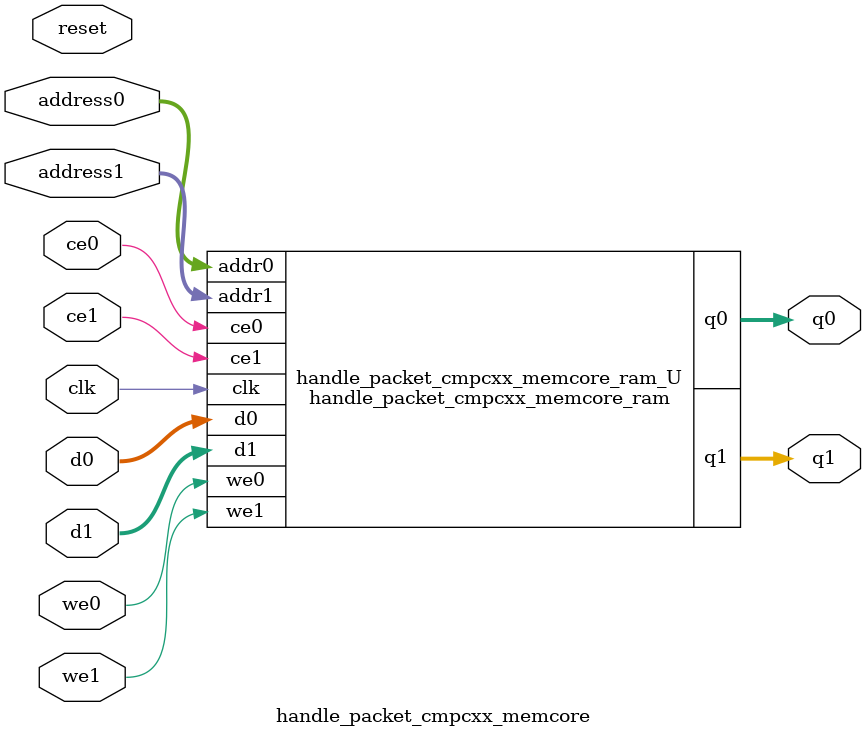
<source format=v>

`timescale 1 ns / 1 ps
module handle_packet_cmpcxx_memcore_ram (addr0, ce0, d0, we0, q0, addr1, ce1, d1, we1, q1,  clk);

parameter DWIDTH = 4;
parameter AWIDTH = 3;
parameter MEM_SIZE = 8;

input[AWIDTH-1:0] addr0;
input ce0;
input[DWIDTH-1:0] d0;
input we0;
output reg[DWIDTH-1:0] q0;
input[AWIDTH-1:0] addr1;
input ce1;
input[DWIDTH-1:0] d1;
input we1;
output reg[DWIDTH-1:0] q1;
input clk;

(* ram_style = "distributed" *)reg [DWIDTH-1:0] ram[0:MEM_SIZE-1];




always @(posedge clk)  
begin 
    if (ce0) 
    begin
        if (we0) 
        begin 
            ram[addr0] <= d0; 
            q0 <= d0;
        end 
        else 
            q0 <= ram[addr0];
    end
end


always @(posedge clk)  
begin 
    if (ce1) 
    begin
        if (we1) 
        begin 
            ram[addr1] <= d1; 
            q1 <= d1;
        end 
        else 
            q1 <= ram[addr1];
    end
end


endmodule


`timescale 1 ns / 1 ps
module handle_packet_cmpcxx_memcore(
    reset,
    clk,
    address0,
    ce0,
    we0,
    d0,
    q0,
    address1,
    ce1,
    we1,
    d1,
    q1);

parameter DataWidth = 32'd4;
parameter AddressRange = 32'd8;
parameter AddressWidth = 32'd3;
input reset;
input clk;
input[AddressWidth - 1:0] address0;
input ce0;
input we0;
input[DataWidth - 1:0] d0;
output[DataWidth - 1:0] q0;
input[AddressWidth - 1:0] address1;
input ce1;
input we1;
input[DataWidth - 1:0] d1;
output[DataWidth - 1:0] q1;



handle_packet_cmpcxx_memcore_ram handle_packet_cmpcxx_memcore_ram_U(
    .clk( clk ),
    .addr0( address0 ),
    .ce0( ce0 ),
    .d0( d0 ),
    .we0( we0 ),
    .q0( q0 ),
    .addr1( address1 ),
    .ce1( ce1 ),
    .d1( d1 ),
    .we1( we1 ),
    .q1( q1 ));

endmodule


</source>
